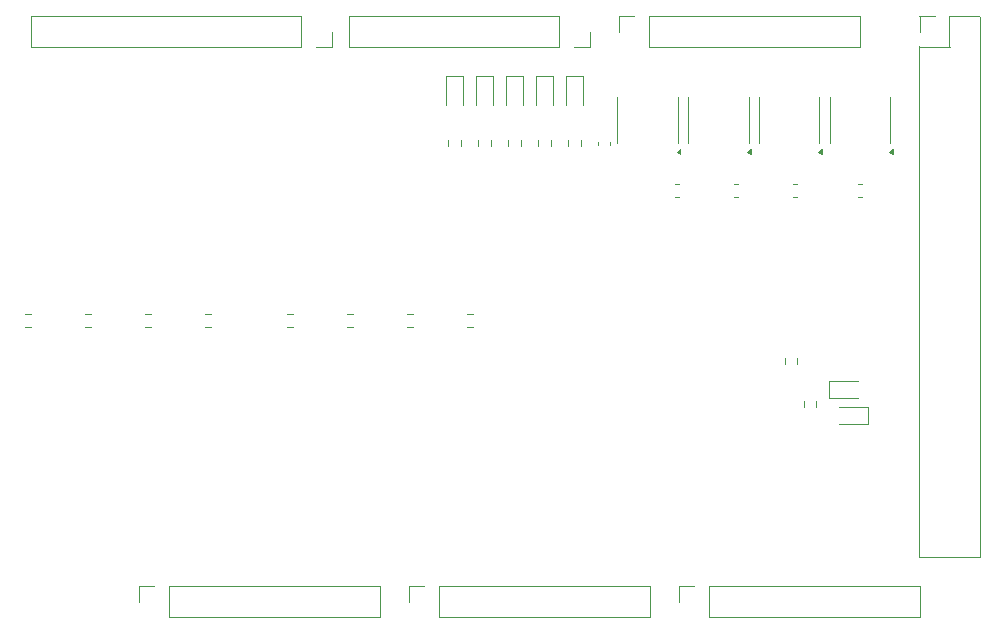
<source format=gbr>
%TF.GenerationSoftware,KiCad,Pcbnew,8.0.1*%
%TF.CreationDate,2024-10-07T17:28:15+09:00*%
%TF.ProjectId,CoolingBoxWireOrganizer,436f6f6c-696e-4674-926f-78576972654f,rev?*%
%TF.SameCoordinates,Original*%
%TF.FileFunction,Legend,Bot*%
%TF.FilePolarity,Positive*%
%FSLAX46Y46*%
G04 Gerber Fmt 4.6, Leading zero omitted, Abs format (unit mm)*
G04 Created by KiCad (PCBNEW 8.0.1) date 2024-10-07 17:28:15*
%MOMM*%
%LPD*%
G01*
G04 APERTURE LIST*
%ADD10C,0.120000*%
G04 APERTURE END LIST*
D10*
%TO.C,D2*%
X173541000Y-106340000D02*
X173541000Y-108800000D01*
X175011000Y-106340000D02*
X173541000Y-106340000D01*
X175011000Y-108800000D02*
X175011000Y-106340000D01*
%TO.C,D5*%
X199200000Y-135785000D02*
X201660000Y-135785000D01*
X201660000Y-134315000D02*
X199200000Y-134315000D01*
X201660000Y-135785000D02*
X201660000Y-134315000D01*
%TO.C,D6*%
X171001000Y-106340000D02*
X171001000Y-108800000D01*
X172471000Y-106340000D02*
X171001000Y-106340000D01*
X172471000Y-108800000D02*
X172471000Y-106340000D01*
%TO.C,D1*%
X176081000Y-106340000D02*
X176081000Y-108800000D01*
X177551000Y-106340000D02*
X176081000Y-106340000D01*
X177551000Y-108800000D02*
X177551000Y-106340000D01*
%TO.C,R9*%
X162677776Y-126477500D02*
X163187224Y-126477500D01*
X162677776Y-127522500D02*
X163187224Y-127522500D01*
%TO.C,D4*%
X165921000Y-106340000D02*
X165921000Y-108800000D01*
X167391000Y-106340000D02*
X165921000Y-106340000D01*
X167391000Y-108800000D02*
X167391000Y-106340000D01*
%TO.C,R3*%
X194627500Y-130707224D02*
X194627500Y-130197776D01*
X195672500Y-130707224D02*
X195672500Y-130197776D01*
%TO.C,D8*%
X168461000Y-106340000D02*
X168461000Y-108800000D01*
X169931000Y-106340000D02*
X168461000Y-106340000D01*
X169931000Y-108800000D02*
X169931000Y-106340000D01*
%TO.C,C2*%
X201146267Y-115490000D02*
X200853733Y-115490000D01*
X201146267Y-116510000D02*
X200853733Y-116510000D01*
%TO.C,J15*%
X205966000Y-147050000D02*
X205966000Y-103750000D01*
X205966000Y-147050000D02*
X211166000Y-147050000D01*
X206026000Y-101210000D02*
X207356000Y-101210000D01*
X206026000Y-103810000D02*
X208626000Y-103810000D01*
X206086000Y-101210000D02*
X206086000Y-102540000D01*
X208506000Y-101210000D02*
X211106000Y-101210000D01*
X208566000Y-101210000D02*
X208566000Y-103810000D01*
X211166000Y-147050000D02*
X211166000Y-101270000D01*
%TO.C,R20*%
X196237500Y-133805276D02*
X196237500Y-134314724D01*
X197282500Y-133805276D02*
X197282500Y-134314724D01*
%TO.C,R7*%
X130267776Y-126477500D02*
X130777224Y-126477500D01*
X130267776Y-127522500D02*
X130777224Y-127522500D01*
%TO.C,C4*%
X195646267Y-115490000D02*
X195353733Y-115490000D01*
X195646267Y-116510000D02*
X195353733Y-116510000D01*
%TO.C,R13*%
X173753500Y-111745276D02*
X173753500Y-112254724D01*
X174798500Y-111745276D02*
X174798500Y-112254724D01*
%TO.C,J10*%
X185646000Y-149470000D02*
X186976000Y-149470000D01*
X185646000Y-150800000D02*
X185646000Y-149470000D01*
X188246000Y-152130000D02*
X188246000Y-149470000D01*
X206086000Y-149470000D02*
X188246000Y-149470000D01*
X206086000Y-152130000D02*
X188246000Y-152130000D01*
X206086000Y-152130000D02*
X206086000Y-149470000D01*
%TO.C,R8*%
X167757776Y-126477500D02*
X168267224Y-126477500D01*
X167757776Y-127522500D02*
X168267224Y-127522500D01*
%TO.C,U1*%
X198440000Y-108050000D02*
X198440000Y-110000000D01*
X198440000Y-111950000D02*
X198440000Y-110000000D01*
X203560000Y-108050000D02*
X203560000Y-110000000D01*
X203560000Y-111950000D02*
X203560000Y-110000000D01*
X203795000Y-112940000D02*
X203465000Y-112700000D01*
X203795000Y-112460000D01*
X203795000Y-112940000D01*
G36*
X203795000Y-112940000D02*
G01*
X203465000Y-112700000D01*
X203795000Y-112460000D01*
X203795000Y-112940000D01*
G37*
%TO.C,J6*%
X139926000Y-149470000D02*
X141256000Y-149470000D01*
X139926000Y-150800000D02*
X139926000Y-149470000D01*
X142526000Y-152130000D02*
X142526000Y-149470000D01*
X160366000Y-149470000D02*
X142526000Y-149470000D01*
X160366000Y-152130000D02*
X142526000Y-152130000D01*
X160366000Y-152130000D02*
X160366000Y-149470000D01*
%TO.C,U2*%
X180440000Y-108050000D02*
X180440000Y-110000000D01*
X180440000Y-111950000D02*
X180440000Y-110000000D01*
X185560000Y-108050000D02*
X185560000Y-110000000D01*
X185560000Y-111950000D02*
X185560000Y-110000000D01*
X185795000Y-112940000D02*
X185465000Y-112700000D01*
X185795000Y-112460000D01*
X185795000Y-112940000D01*
G36*
X185795000Y-112940000D02*
G01*
X185465000Y-112700000D01*
X185795000Y-112460000D01*
X185795000Y-112940000D01*
G37*
%TO.C,C1*%
X178850000Y-111853733D02*
X178850000Y-112146267D01*
X179870000Y-111853733D02*
X179870000Y-112146267D01*
%TO.C,R10*%
X157597776Y-126477500D02*
X158107224Y-126477500D01*
X157597776Y-127522500D02*
X158107224Y-127522500D01*
%TO.C,U3*%
X192440000Y-108050000D02*
X192440000Y-110000000D01*
X192440000Y-111950000D02*
X192440000Y-110000000D01*
X197560000Y-108050000D02*
X197560000Y-110000000D01*
X197560000Y-111950000D02*
X197560000Y-110000000D01*
X197795000Y-112940000D02*
X197465000Y-112700000D01*
X197795000Y-112460000D01*
X197795000Y-112940000D01*
G36*
X197795000Y-112940000D02*
G01*
X197465000Y-112700000D01*
X197795000Y-112460000D01*
X197795000Y-112940000D01*
G37*
%TO.C,R5*%
X140427776Y-126477500D02*
X140937224Y-126477500D01*
X140427776Y-127522500D02*
X140937224Y-127522500D01*
%TO.C,C5*%
X190646267Y-115490000D02*
X190353733Y-115490000D01*
X190646267Y-116510000D02*
X190353733Y-116510000D01*
%TO.C,R4*%
X145507776Y-126477500D02*
X146017224Y-126477500D01*
X145507776Y-127522500D02*
X146017224Y-127522500D01*
%TO.C,R12*%
X176293500Y-111745276D02*
X176293500Y-112254724D01*
X177338500Y-111745276D02*
X177338500Y-112254724D01*
%TO.C,J5*%
X130782000Y-101210000D02*
X130782000Y-103870000D01*
X130782000Y-101210000D02*
X153702000Y-101210000D01*
X130782000Y-103870000D02*
X153702000Y-103870000D01*
X153702000Y-101210000D02*
X153702000Y-103870000D01*
X156302000Y-102540000D02*
X156302000Y-103870000D01*
X156302000Y-103870000D02*
X154972000Y-103870000D01*
%TO.C,U4*%
X186440000Y-108050000D02*
X186440000Y-110000000D01*
X186440000Y-111950000D02*
X186440000Y-110000000D01*
X191560000Y-108050000D02*
X191560000Y-110000000D01*
X191560000Y-111950000D02*
X191560000Y-110000000D01*
X191795000Y-112940000D02*
X191465000Y-112700000D01*
X191795000Y-112460000D01*
X191795000Y-112940000D01*
G36*
X191795000Y-112940000D02*
G01*
X191465000Y-112700000D01*
X191795000Y-112460000D01*
X191795000Y-112940000D01*
G37*
%TO.C,C3*%
X185646267Y-115490000D02*
X185353733Y-115490000D01*
X185646267Y-116510000D02*
X185353733Y-116510000D01*
%TO.C,J7*%
X162786000Y-149470000D02*
X164116000Y-149470000D01*
X162786000Y-150800000D02*
X162786000Y-149470000D01*
X165386000Y-152130000D02*
X165386000Y-149470000D01*
X183226000Y-149470000D02*
X165386000Y-149470000D01*
X183226000Y-152130000D02*
X165386000Y-152130000D01*
X183226000Y-152130000D02*
X183226000Y-149470000D01*
%TO.C,R19*%
X168673500Y-111745276D02*
X168673500Y-112254724D01*
X169718500Y-111745276D02*
X169718500Y-112254724D01*
%TO.C,R6*%
X135347776Y-126477500D02*
X135857224Y-126477500D01*
X135347776Y-127522500D02*
X135857224Y-127522500D01*
%TO.C,J13*%
X180566000Y-101210000D02*
X181896000Y-101210000D01*
X180566000Y-102540000D02*
X180566000Y-101210000D01*
X183166000Y-103870000D02*
X183166000Y-101210000D01*
X201006000Y-101210000D02*
X183166000Y-101210000D01*
X201006000Y-103870000D02*
X183166000Y-103870000D01*
X201006000Y-103870000D02*
X201006000Y-101210000D01*
%TO.C,R11*%
X152517776Y-126477500D02*
X153027224Y-126477500D01*
X152517776Y-127522500D02*
X153027224Y-127522500D01*
%TO.C,R17*%
X171213500Y-111745276D02*
X171213500Y-112254724D01*
X172258500Y-111745276D02*
X172258500Y-112254724D01*
%TO.C,R15*%
X166133500Y-111745276D02*
X166133500Y-112254724D01*
X167178500Y-111745276D02*
X167178500Y-112254724D01*
%TO.C,D3*%
X198340000Y-132095000D02*
X198340000Y-133565000D01*
X198340000Y-133565000D02*
X200800000Y-133565000D01*
X200800000Y-132095000D02*
X198340000Y-132095000D01*
%TO.C,J8*%
X157706000Y-101210000D02*
X157706000Y-103870000D01*
X157706000Y-101210000D02*
X175546000Y-101210000D01*
X157706000Y-103870000D02*
X175546000Y-103870000D01*
X175546000Y-101210000D02*
X175546000Y-103870000D01*
X178146000Y-102540000D02*
X178146000Y-103870000D01*
X178146000Y-103870000D02*
X176816000Y-103870000D01*
%TD*%
M02*

</source>
